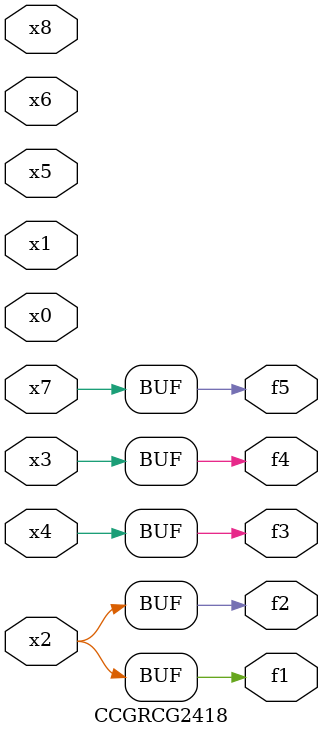
<source format=v>
module CCGRCG2418(
	input x0, x1, x2, x3, x4, x5, x6, x7, x8,
	output f1, f2, f3, f4, f5
);
	assign f1 = x2;
	assign f2 = x2;
	assign f3 = x4;
	assign f4 = x3;
	assign f5 = x7;
endmodule

</source>
